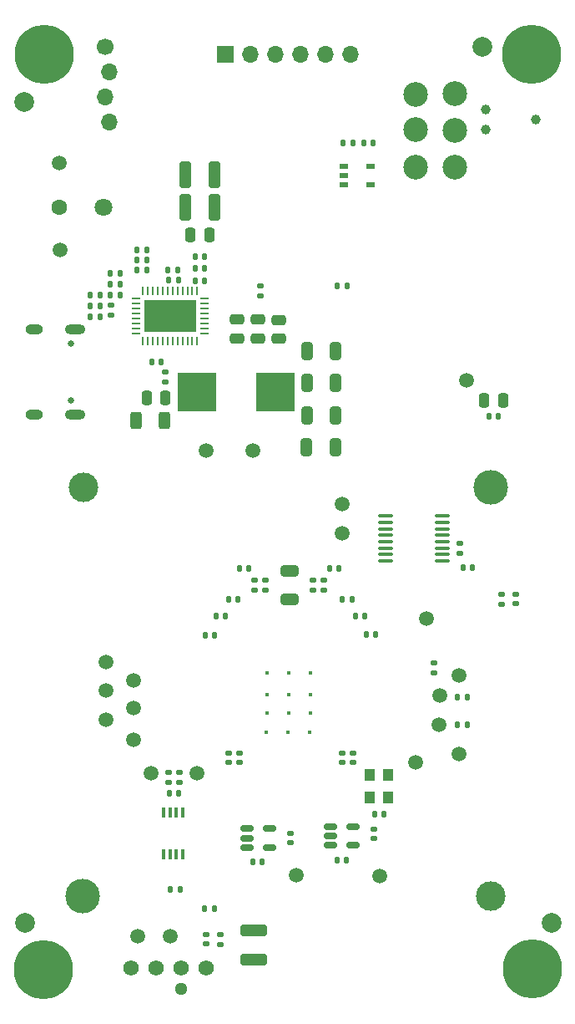
<source format=gbr>
%TF.GenerationSoftware,KiCad,Pcbnew,8.0.1*%
%TF.CreationDate,2024-11-12T16:16:35-05:00*%
%TF.ProjectId,bitaxeGamma,62697461-7865-4476-916d-6d612e6b6963,rev?*%
%TF.SameCoordinates,Original*%
%TF.FileFunction,Soldermask,Top*%
%TF.FilePolarity,Negative*%
%FSLAX46Y46*%
G04 Gerber Fmt 4.6, Leading zero omitted, Abs format (unit mm)*
G04 Created by KiCad (PCBNEW 8.0.1) date 2024-11-12 16:16:35*
%MOMM*%
%LPD*%
G01*
G04 APERTURE LIST*
G04 Aperture macros list*
%AMRoundRect*
0 Rectangle with rounded corners*
0 $1 Rounding radius*
0 $2 $3 $4 $5 $6 $7 $8 $9 X,Y pos of 4 corners*
0 Add a 4 corners polygon primitive as box body*
4,1,4,$2,$3,$4,$5,$6,$7,$8,$9,$2,$3,0*
0 Add four circle primitives for the rounded corners*
1,1,$1+$1,$2,$3*
1,1,$1+$1,$4,$5*
1,1,$1+$1,$6,$7*
1,1,$1+$1,$8,$9*
0 Add four rect primitives between the rounded corners*
20,1,$1+$1,$2,$3,$4,$5,0*
20,1,$1+$1,$4,$5,$6,$7,0*
20,1,$1+$1,$6,$7,$8,$9,0*
20,1,$1+$1,$8,$9,$2,$3,0*%
G04 Aperture macros list end*
%ADD10RoundRect,0.250000X-0.325000X-0.650000X0.325000X-0.650000X0.325000X0.650000X-0.325000X0.650000X0*%
%ADD11RoundRect,0.250000X0.475000X-0.250000X0.475000X0.250000X-0.475000X0.250000X-0.475000X-0.250000X0*%
%ADD12RoundRect,0.250000X-1.100000X0.325000X-1.100000X-0.325000X1.100000X-0.325000X1.100000X0.325000X0*%
%ADD13C,1.500000*%
%ADD14RoundRect,0.140000X-0.140000X-0.170000X0.140000X-0.170000X0.140000X0.170000X-0.140000X0.170000X0*%
%ADD15C,2.000000*%
%ADD16RoundRect,0.140000X0.140000X0.170000X-0.140000X0.170000X-0.140000X-0.170000X0.140000X-0.170000X0*%
%ADD17RoundRect,0.140000X0.170000X-0.140000X0.170000X0.140000X-0.170000X0.140000X-0.170000X-0.140000X0*%
%ADD18RoundRect,0.140000X-0.170000X0.140000X-0.170000X-0.140000X0.170000X-0.140000X0.170000X0.140000X0*%
%ADD19RoundRect,0.135000X-0.185000X0.135000X-0.185000X-0.135000X0.185000X-0.135000X0.185000X0.135000X0*%
%ADD20C,3.000000*%
%ADD21RoundRect,0.250000X0.312500X0.625000X-0.312500X0.625000X-0.312500X-0.625000X0.312500X-0.625000X0*%
%ADD22RoundRect,0.150000X-0.512500X-0.150000X0.512500X-0.150000X0.512500X0.150000X-0.512500X0.150000X0*%
%ADD23RoundRect,0.135000X-0.135000X-0.185000X0.135000X-0.185000X0.135000X0.185000X-0.135000X0.185000X0*%
%ADD24RoundRect,0.135000X0.135000X0.185000X-0.135000X0.185000X-0.135000X-0.185000X0.135000X-0.185000X0*%
%ADD25RoundRect,0.250000X-0.250000X-0.475000X0.250000X-0.475000X0.250000X0.475000X-0.250000X0.475000X0*%
%ADD26C,2.500000*%
%ADD27RoundRect,0.250000X-0.325000X-1.100000X0.325000X-1.100000X0.325000X1.100000X-0.325000X1.100000X0*%
%ADD28R,1.100000X1.300000*%
%ADD29C,0.800000*%
%ADD30C,6.000000*%
%ADD31RoundRect,0.250000X-0.650000X0.325000X-0.650000X-0.325000X0.650000X-0.325000X0.650000X0.325000X0*%
%ADD32RoundRect,0.135000X0.185000X-0.135000X0.185000X0.135000X-0.185000X0.135000X-0.185000X-0.135000X0*%
%ADD33R,0.400000X1.100000*%
%ADD34R,1.700000X1.700000*%
%ADD35O,1.700000X1.700000*%
%ADD36C,3.500000*%
%ADD37RoundRect,0.100000X-0.637500X-0.100000X0.637500X-0.100000X0.637500X0.100000X-0.637500X0.100000X0*%
%ADD38R,4.000000X4.000000*%
%ADD39RoundRect,0.062500X0.062500X-0.337500X0.062500X0.337500X-0.062500X0.337500X-0.062500X-0.337500X0*%
%ADD40RoundRect,0.062500X0.337500X-0.062500X0.337500X0.062500X-0.337500X0.062500X-0.337500X-0.062500X0*%
%ADD41C,0.400000*%
%ADD42R,5.300000X3.300000*%
%ADD43R,0.952500X0.558800*%
%ADD44C,1.295400*%
%ADD45C,1.574800*%
%ADD46C,1.700000*%
%ADD47C,0.650000*%
%ADD48O,1.800000X1.000000*%
%ADD49O,2.100000X1.000000*%
%ADD50C,0.990600*%
%ADD51C,1.600000*%
%ADD52C,1.800000*%
G04 APERTURE END LIST*
D10*
%TO.C,C20*%
X107435000Y-81120000D03*
X110385000Y-81120000D03*
%TD*%
D11*
%TO.C,C15*%
X100360000Y-79860000D03*
X100360000Y-77960000D03*
%TD*%
D12*
%TO.C,C51*%
X102045000Y-139815000D03*
X102045000Y-142765000D03*
%TD*%
D13*
%TO.C,TP19*%
X114860000Y-134280000D03*
%TD*%
D14*
%TO.C,C9*%
X96090000Y-72760000D03*
X97050000Y-72760000D03*
%TD*%
D15*
%TO.C,FID2*%
X125270000Y-50310000D03*
%TD*%
%TO.C,FID4*%
X132260000Y-139060000D03*
%TD*%
%TO.C,FID3*%
X78850000Y-139070000D03*
%TD*%
D16*
%TO.C,C41*%
X101570000Y-103154000D03*
X100610000Y-103154000D03*
%TD*%
D13*
%TO.C,TP21*%
X122860000Y-121970000D03*
%TD*%
%TO.C,TP18*%
X120820000Y-119010000D03*
%TD*%
D17*
%TO.C,C42*%
X100655438Y-122810000D03*
X100655438Y-121850000D03*
%TD*%
D13*
%TO.C,TP8*%
X123610000Y-84120000D03*
%TD*%
D18*
%TO.C,C40*%
X108072400Y-104360000D03*
X108072400Y-105320000D03*
%TD*%
D19*
%TO.C,R23*%
X94520000Y-123850000D03*
X94520000Y-124870000D03*
%TD*%
D16*
%TO.C,C46*%
X99161000Y-108024000D03*
X98201000Y-108024000D03*
%TD*%
D20*
%TO.C,H6*%
X84764000Y-94984000D03*
%TD*%
D18*
%TO.C,C39*%
X102110000Y-104360000D03*
X102110000Y-105320000D03*
%TD*%
D21*
%TO.C,R12*%
X93012500Y-88210000D03*
X90087500Y-88210000D03*
%TD*%
D18*
%TO.C,C13*%
X87600000Y-76520000D03*
X87600000Y-77480000D03*
%TD*%
D11*
%TO.C,C14*%
X104580000Y-79880000D03*
X104580000Y-77980000D03*
%TD*%
D22*
%TO.C,U6*%
X101392500Y-129520000D03*
X101392500Y-130470000D03*
X101392500Y-131420000D03*
X103667500Y-131420000D03*
X103667500Y-129520000D03*
%TD*%
D23*
%TO.C,R1*%
X85490000Y-75500000D03*
X86510000Y-75500000D03*
%TD*%
D13*
%TO.C,TP13*%
X110990000Y-96640000D03*
%TD*%
%TO.C,TP37*%
X93610000Y-140380000D03*
%TD*%
%TO.C,TP35*%
X96280000Y-123890000D03*
%TD*%
D24*
%TO.C,R8*%
X91210000Y-71900000D03*
X90190000Y-71900000D03*
%TD*%
%TO.C,R11*%
X94390000Y-72930000D03*
X93370000Y-72930000D03*
%TD*%
D10*
%TO.C,C18*%
X107435000Y-87660000D03*
X110385000Y-87660000D03*
%TD*%
D13*
%TO.C,TP38*%
X90300000Y-140410000D03*
%TD*%
%TO.C,TP33*%
X87080000Y-118492000D03*
%TD*%
%TO.C,TP3*%
X101980000Y-91230000D03*
%TD*%
D25*
%TO.C,C24*%
X125440000Y-86180000D03*
X127340000Y-86180000D03*
%TD*%
D26*
%TO.C,TP9*%
X122440000Y-55090000D03*
%TD*%
D20*
%TO.C,H5*%
X126130000Y-136350000D03*
%TD*%
D11*
%TO.C,C16*%
X102480000Y-79860000D03*
X102480000Y-77960000D03*
%TD*%
D17*
%TO.C,C45*%
X99525438Y-122820000D03*
X99525438Y-121860000D03*
%TD*%
D18*
%TO.C,C10*%
X102750000Y-74560000D03*
X102750000Y-75520000D03*
%TD*%
D17*
%TO.C,C35*%
X112140000Y-122790000D03*
X112140000Y-121830000D03*
%TD*%
D27*
%TO.C,C4*%
X95125000Y-66550000D03*
X98075000Y-66550000D03*
%TD*%
D14*
%TO.C,C6*%
X96090000Y-74000000D03*
X97050000Y-74000000D03*
%TD*%
%TO.C,C25*%
X125910000Y-87790000D03*
X126870000Y-87790000D03*
%TD*%
D28*
%TO.C,U7*%
X115680000Y-126370000D03*
X115680000Y-124070000D03*
X113780000Y-124070000D03*
X113780000Y-126370000D03*
%TD*%
D14*
%TO.C,C27*%
X101940000Y-132840000D03*
X102900000Y-132840000D03*
%TD*%
D29*
%TO.C,H1*%
X127985010Y-51120990D03*
X128644020Y-49530000D03*
X128644020Y-52711980D03*
X130235010Y-48870990D03*
D30*
X130235010Y-51120990D03*
D29*
X130235010Y-53370990D03*
X131826000Y-49530000D03*
X131826000Y-52711980D03*
X132485010Y-51120990D03*
%TD*%
D13*
%TO.C,TP4*%
X97220000Y-91210000D03*
%TD*%
D26*
%TO.C,TP11*%
X118480000Y-58690000D03*
%TD*%
D16*
%TO.C,C29*%
X115270000Y-128010000D03*
X114310000Y-128010000D03*
%TD*%
D15*
%TO.C,FID1*%
X78750000Y-55900000D03*
%TD*%
D18*
%TO.C,C12*%
X93100000Y-83280000D03*
X93100000Y-84240000D03*
%TD*%
D13*
%TO.C,TP14*%
X110990000Y-99610000D03*
%TD*%
D24*
%TO.C,R19*%
X123720000Y-118980000D03*
X122700000Y-118980000D03*
%TD*%
D26*
%TO.C,TP5*%
X118460000Y-62540000D03*
%TD*%
D13*
%TO.C,TP36*%
X91650000Y-123880000D03*
%TD*%
D31*
%TO.C,C43*%
X105670000Y-103375000D03*
X105670000Y-106325000D03*
%TD*%
D13*
%TO.C,TP15*%
X119550000Y-108280000D03*
%TD*%
%TO.C,TP22*%
X118520000Y-122760000D03*
%TD*%
D32*
%TO.C,R25*%
X98640000Y-141260000D03*
X98640000Y-140240000D03*
%TD*%
D18*
%TO.C,C22*%
X128670000Y-105770000D03*
X128670000Y-106730000D03*
%TD*%
D33*
%TO.C,U10*%
X94870000Y-127840000D03*
X94220000Y-127840000D03*
X93570000Y-127840000D03*
X92920000Y-127840000D03*
X92920000Y-132140000D03*
X93570000Y-132140000D03*
X94220000Y-132140000D03*
X94870000Y-132140000D03*
%TD*%
D16*
%TO.C,C8*%
X91180000Y-72900000D03*
X90220000Y-72900000D03*
%TD*%
D23*
%TO.C,R5*%
X87490000Y-75500000D03*
X88510000Y-75500000D03*
%TD*%
D24*
%TO.C,R6*%
X88510000Y-73300000D03*
X87490000Y-73300000D03*
%TD*%
D13*
%TO.C,TP29*%
X87080000Y-112616000D03*
%TD*%
D22*
%TO.C,U5*%
X109843500Y-129279000D03*
X109843500Y-130229000D03*
X109843500Y-131179000D03*
X112118500Y-131179000D03*
X112118500Y-129279000D03*
%TD*%
D29*
%TO.C,H3*%
X128052000Y-143728000D03*
X128711010Y-142137010D03*
X128711010Y-145318990D03*
X130302000Y-141478000D03*
D30*
X130302000Y-143728000D03*
D29*
X130302000Y-145978000D03*
X131892990Y-142137010D03*
X131892990Y-145318990D03*
X132552000Y-143728000D03*
%TD*%
D18*
%TO.C,C49*%
X122930000Y-100640000D03*
X122930000Y-101600000D03*
%TD*%
D13*
%TO.C,TP2*%
X82310000Y-62100000D03*
%TD*%
D24*
%TO.C,R9*%
X94400000Y-73990000D03*
X93380000Y-73990000D03*
%TD*%
D18*
%TO.C,C38*%
X103240000Y-104360000D03*
X103240000Y-105320000D03*
%TD*%
D16*
%TO.C,C23*%
X114200000Y-60030000D03*
X113240000Y-60030000D03*
%TD*%
D26*
%TO.C,TP6*%
X122430000Y-62540000D03*
%TD*%
D10*
%TO.C,C19*%
X107435000Y-84400000D03*
X110385000Y-84400000D03*
%TD*%
D19*
%TO.C,R17*%
X120380000Y-112750000D03*
X120380000Y-113770000D03*
%TD*%
D14*
%TO.C,C7*%
X96110000Y-71540000D03*
X97070000Y-71540000D03*
%TD*%
D34*
%TO.C,J4*%
X99171505Y-51054000D03*
D35*
X101711505Y-51054000D03*
X104251505Y-51054000D03*
X106791505Y-51054000D03*
X109331505Y-51054000D03*
X111871505Y-51054000D03*
%TD*%
D13*
%TO.C,TP16*%
X122860000Y-113980000D03*
%TD*%
%TO.C,TP34*%
X89860000Y-120480000D03*
%TD*%
D29*
%TO.C,H4*%
X78455010Y-143830990D03*
X79114020Y-142240000D03*
X79114020Y-145421980D03*
X80705010Y-141580990D03*
D30*
X80705010Y-143830990D03*
D29*
X80705010Y-146080990D03*
X82296000Y-142240000D03*
X82296000Y-145421980D03*
X82955010Y-143830990D03*
%TD*%
D13*
%TO.C,TP1*%
X82390000Y-70940000D03*
%TD*%
D24*
%TO.C,R13*%
X86510000Y-77640000D03*
X85490000Y-77640000D03*
%TD*%
D18*
%TO.C,C53*%
X97200000Y-140250000D03*
X97200000Y-141210000D03*
%TD*%
D36*
%TO.C,H8*%
X84710000Y-136360000D03*
%TD*%
D16*
%TO.C,C48*%
X98090000Y-109925000D03*
X97130000Y-109925000D03*
%TD*%
%TO.C,C28*%
X114410000Y-109860000D03*
X113450000Y-109860000D03*
%TD*%
D37*
%TO.C,U9*%
X115427500Y-97855000D03*
X115427500Y-98505000D03*
X115427500Y-99155000D03*
X115427500Y-99805000D03*
X115427500Y-100455000D03*
X115427500Y-101105000D03*
X115427500Y-101755000D03*
X115427500Y-102405000D03*
X121152500Y-102405000D03*
X121152500Y-101755000D03*
X121152500Y-101105000D03*
X121152500Y-100455000D03*
X121152500Y-99805000D03*
X121152500Y-99155000D03*
X121152500Y-98505000D03*
X121152500Y-97855000D03*
%TD*%
D23*
%TO.C,R24*%
X93560000Y-135710000D03*
X94580000Y-135710000D03*
%TD*%
D14*
%TO.C,C5*%
X90220000Y-70900000D03*
X91180000Y-70900000D03*
%TD*%
D16*
%TO.C,C34*%
X112010000Y-106266000D03*
X111050000Y-106266000D03*
%TD*%
D32*
%TO.C,R22*%
X93380000Y-124870000D03*
X93380000Y-123850000D03*
%TD*%
D38*
%TO.C,L1*%
X96295000Y-85255000D03*
X104245000Y-85255000D03*
%TD*%
D10*
%TO.C,C17*%
X107415000Y-90910000D03*
X110365000Y-90910000D03*
%TD*%
D14*
%TO.C,C26*%
X110481000Y-132739000D03*
X111441000Y-132739000D03*
%TD*%
D16*
%TO.C,C47*%
X124270000Y-103110000D03*
X123310000Y-103110000D03*
%TD*%
D17*
%TO.C,C33*%
X111000000Y-122790000D03*
X111000000Y-121830000D03*
%TD*%
D29*
%TO.C,H2*%
X78558000Y-51054000D03*
X79217010Y-49463010D03*
X79217010Y-52644990D03*
X80808000Y-48804000D03*
D30*
X80808000Y-51054000D03*
D29*
X80808000Y-53304000D03*
X82398990Y-49463010D03*
X82398990Y-52644990D03*
X83058000Y-51054000D03*
%TD*%
D18*
%TO.C,C37*%
X109190000Y-104360000D03*
X109190000Y-105320000D03*
%TD*%
D16*
%TO.C,C1*%
X92650000Y-82220000D03*
X91690000Y-82220000D03*
%TD*%
D24*
%TO.C,R18*%
X123720000Y-116220000D03*
X122700000Y-116220000D03*
%TD*%
D16*
%TO.C,C36*%
X110695000Y-103146000D03*
X109735000Y-103146000D03*
%TD*%
D13*
%TO.C,TP20*%
X106360000Y-134230000D03*
%TD*%
D36*
%TO.C,H7*%
X126060000Y-94910000D03*
%TD*%
D13*
%TO.C,TP17*%
X120900000Y-116060000D03*
%TD*%
%TO.C,TP30*%
X89890000Y-114520000D03*
%TD*%
D23*
%TO.C,R15*%
X110480000Y-74510000D03*
X111500000Y-74510000D03*
%TD*%
D39*
%TO.C,U2*%
X90830000Y-80090000D03*
X91330000Y-80090000D03*
X91830000Y-80090000D03*
X92330000Y-80090000D03*
X92830000Y-80090000D03*
X93330000Y-80090000D03*
X93830000Y-80090000D03*
X94330000Y-80090000D03*
X94830000Y-80090000D03*
X95330000Y-80090000D03*
X95830000Y-80090000D03*
X96330000Y-80090000D03*
D40*
X97080000Y-79340000D03*
X97080000Y-78840000D03*
X97080000Y-78340000D03*
X97080000Y-77840000D03*
X97080000Y-77340000D03*
X97080000Y-76840000D03*
X97080000Y-76340000D03*
X97080000Y-75840000D03*
D39*
X96330000Y-75090000D03*
X95830000Y-75090000D03*
X95330000Y-75090000D03*
X94830000Y-75090000D03*
X94330000Y-75090000D03*
X93830000Y-75090000D03*
X93330000Y-75090000D03*
X92830000Y-75090000D03*
X92330000Y-75090000D03*
X91830000Y-75090000D03*
X91330000Y-75090000D03*
X90830000Y-75090000D03*
D40*
X90080000Y-75840000D03*
X90080000Y-76340000D03*
X90080000Y-76840000D03*
X90080000Y-77340000D03*
X90080000Y-77840000D03*
X90080000Y-78340000D03*
X90080000Y-78840000D03*
X90080000Y-79340000D03*
D41*
X92180000Y-78870000D03*
X93580000Y-78870000D03*
X94980000Y-78870000D03*
X91180000Y-77590000D03*
X92180000Y-77590000D03*
X93580000Y-77590000D03*
D42*
X93580000Y-77590000D03*
D41*
X94980000Y-77590000D03*
X95980000Y-77590000D03*
X92180000Y-76310000D03*
X93580000Y-76310000D03*
X94980000Y-76310000D03*
%TD*%
D27*
%TO.C,C3*%
X95125000Y-63300000D03*
X98075000Y-63300000D03*
%TD*%
D16*
%TO.C,C50*%
X94440000Y-125940000D03*
X93480000Y-125940000D03*
%TD*%
D24*
%TO.C,R10*%
X88510000Y-74400000D03*
X87490000Y-74400000D03*
%TD*%
D16*
%TO.C,C32*%
X113310000Y-108026000D03*
X112350000Y-108026000D03*
%TD*%
D32*
%TO.C,R16*%
X127240000Y-106770000D03*
X127240000Y-105750000D03*
%TD*%
D16*
%TO.C,C52*%
X98040000Y-137640000D03*
X97080000Y-137640000D03*
%TD*%
D25*
%TO.C,C11*%
X91190000Y-85860000D03*
X93090000Y-85860000D03*
%TD*%
D14*
%TO.C,C21*%
X111140000Y-60030000D03*
X112100000Y-60030000D03*
%TD*%
D13*
%TO.C,TP31*%
X87080000Y-115554000D03*
%TD*%
D26*
%TO.C,TP7*%
X122420000Y-58830000D03*
%TD*%
D13*
%TO.C,TP32*%
X89890000Y-117310000D03*
%TD*%
D23*
%TO.C,R14*%
X85490000Y-76570000D03*
X86510000Y-76570000D03*
%TD*%
D18*
%TO.C,C30*%
X114240000Y-129540000D03*
X114240000Y-130500000D03*
%TD*%
D25*
%TO.C,C2*%
X95650000Y-69350000D03*
X97550000Y-69350000D03*
%TD*%
D16*
%TO.C,C44*%
X100441000Y-106284000D03*
X99481000Y-106284000D03*
%TD*%
D43*
%TO.C,U3*%
X111185050Y-62440200D03*
X111185050Y-63380000D03*
X111185050Y-64319800D03*
X113940950Y-64319800D03*
X113940950Y-62440200D03*
%TD*%
D26*
%TO.C,TP10*%
X118480000Y-55140000D03*
%TD*%
D18*
%TO.C,C31*%
X105750000Y-129990000D03*
X105750000Y-130950000D03*
%TD*%
D44*
%TO.C,J6*%
X94701000Y-145782001D03*
D45*
X89621000Y-143622000D03*
X92161000Y-143622000D03*
X94701000Y-143622000D03*
X97241000Y-143622000D03*
%TD*%
D46*
%TO.C,J3*%
X87005000Y-50292000D03*
D35*
X87405000Y-52832000D03*
X87005000Y-55372000D03*
X87405000Y-57912000D03*
%TD*%
D47*
%TO.C,J5*%
X83470000Y-86150000D03*
X83470000Y-80370000D03*
D48*
X79790000Y-87580000D03*
D49*
X83970000Y-87580000D03*
D48*
X79790000Y-78940000D03*
D49*
X83970000Y-78940000D03*
%TD*%
D50*
%TO.C,J2*%
X130670000Y-57730000D03*
X125590000Y-58746000D03*
X125590000Y-56714000D03*
%TD*%
D41*
%TO.C,U8*%
X107810562Y-117846000D03*
X107810562Y-115946000D03*
X107810562Y-113746000D03*
X107710562Y-119746000D03*
X105610562Y-117846000D03*
X105610562Y-115946000D03*
X105610562Y-113746000D03*
X105510562Y-119746000D03*
X103410562Y-117846000D03*
X103410562Y-115946000D03*
X103410562Y-113746000D03*
X103310562Y-119746000D03*
%TD*%
D51*
%TO.C,J1*%
X82330000Y-66620000D03*
D52*
X86830000Y-66620000D03*
%TD*%
M02*

</source>
